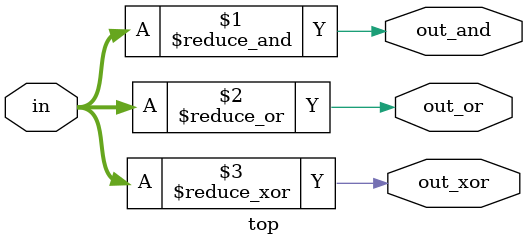
<source format=sv>
module top (
    input [3:0] in,
    output out_and,
    output out_or,
    output out_xor
);

    // Perform the logical AND operation on all the input bits
    assign out_and = &in;

    // Perform the logical OR operation on all the input bits
    assign out_or = |in;

    // Perform the logical XOR operation on all the input bits
    assign out_xor = ^in;

endmodule

</source>
